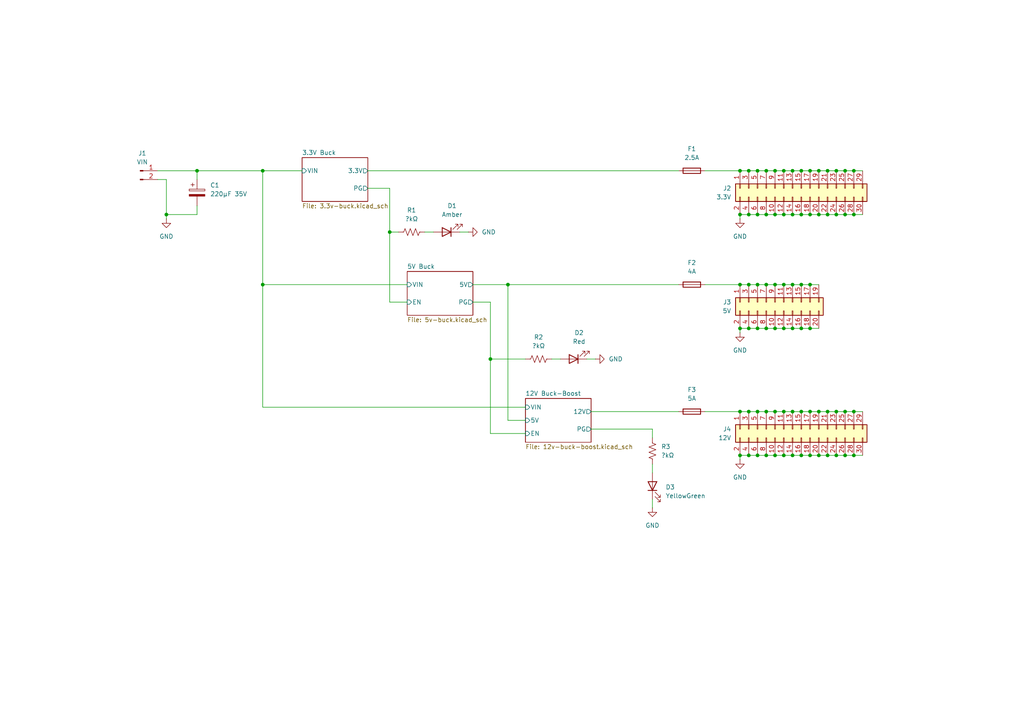
<source format=kicad_sch>
(kicad_sch (version 20231120) (generator "eeschema") (generator_version "8.0")
  (paper "A4")
  (lib_symbols
    (symbol "Connector:Conn_01x02_Pin" (pin_names (offset 1.016) hide)
      (property "Reference" "J" (at 0 2.54 0))
      (property "Value" "Conn_01x02_Pin" (at 0 -5.08 0))
      (symbol "Conn_01x02_Pin_1_1"
        (polyline (pts (xy 1.27 -2.54) (xy 0.8636 -2.54)) (stroke (width 0.1524)))
        (polyline (pts (xy 1.27 0) (xy 0.8636 0)) (stroke (width 0.1524)))
        (rectangle (start 0.8636 -2.413) (end 0 -2.667) (stroke (width 0.1524)) (fill (type outline)))
        (rectangle (start 0.8636 0.127) (end 0 -0.127) (stroke (width 0.1524)) (fill (type outline)))
        (pin passive line (at 5.08 0 180) (length 3.81) (name "Pin_1") (number "1"))
        (pin passive line (at 5.08 -2.54 180) (length 3.81) (name "Pin_2") (number "2"))
      )
    )
    (symbol "Connector_Generic:Conn_02x10_Odd_Even" (pin_names (offset 1.016) hide)
      (property "Reference" "J" (at 1.27 12.7 0))
      (property "Value" "Conn_02x10_Odd_Even" (at 1.27 -15.24 0))
      (symbol "Conn_02x10_Odd_Even_1_1"
        (rectangle (start -1.27 -12.573) (end 0 -12.827) (stroke (width 0.1524)))
        (rectangle (start -1.27 -10.033) (end 0 -10.287) (stroke (width 0.1524)))
        (rectangle (start -1.27 -7.493) (end 0 -7.747) (stroke (width 0.1524)))
        (rectangle (start -1.27 -4.953) (end 0 -5.207) (stroke (width 0.1524)))
        (rectangle (start -1.27 -2.413) (end 0 -2.667) (stroke (width 0.1524)))
        (rectangle (start -1.27 0.127) (end 0 -0.127) (stroke (width 0.1524)))
        (rectangle (start -1.27 2.667) (end 0 2.413) (stroke (width 0.1524)))
        (rectangle (start -1.27 5.207) (end 0 4.953) (stroke (width 0.1524)))
        (rectangle (start -1.27 7.747) (end 0 7.493) (stroke (width 0.1524)))
        (rectangle (start -1.27 10.287) (end 0 10.033) (stroke (width 0.1524)))
        (rectangle (start -1.27 11.43) (end 3.81 -13.97) (stroke (width 0.254)) (fill (type background)))
        (rectangle (start 3.81 -12.573) (end 2.54 -12.827) (stroke (width 0.1524)))
        (rectangle (start 3.81 -10.033) (end 2.54 -10.287) (stroke (width 0.1524)))
        (rectangle (start 3.81 -7.493) (end 2.54 -7.747) (stroke (width 0.1524)))
        (rectangle (start 3.81 -4.953) (end 2.54 -5.207) (stroke (width 0.1524)))
        (rectangle (start 3.81 -2.413) (end 2.54 -2.667) (stroke (width 0.1524)))
        (rectangle (start 3.81 0.127) (end 2.54 -0.127) (stroke (width 0.1524)))
        (rectangle (start 3.81 2.667) (end 2.54 2.413) (stroke (width 0.1524)))
        (rectangle (start 3.81 5.207) (end 2.54 4.953) (stroke (width 0.1524)))
        (rectangle (start 3.81 7.747) (end 2.54 7.493) (stroke (width 0.1524)))
        (rectangle (start 3.81 10.287) (end 2.54 10.033) (stroke (width 0.1524)))
        (pin passive line (at -5.08 10.16 0) (length 3.81) (name "Pin_1") (number "1"))
        (pin passive line (at 7.62 0 180) (length 3.81) (name "Pin_10") (number "10"))
        (pin passive line (at -5.08 -2.54 0) (length 3.81) (name "Pin_11") (number "11"))
        (pin passive line (at 7.62 -2.54 180) (length 3.81) (name "Pin_12") (number "12"))
        (pin passive line (at -5.08 -5.08 0) (length 3.81) (name "Pin_13") (number "13"))
        (pin passive line (at 7.62 -5.08 180) (length 3.81) (name "Pin_14") (number "14"))
        (pin passive line (at -5.08 -7.62 0) (length 3.81) (name "Pin_15") (number "15"))
        (pin passive line (at 7.62 -7.62 180) (length 3.81) (name "Pin_16") (number "16"))
        (pin passive line (at -5.08 -10.16 0) (length 3.81) (name "Pin_17") (number "17"))
        (pin passive line (at 7.62 -10.16 180) (length 3.81) (name "Pin_18") (number "18"))
        (pin passive line (at -5.08 -12.7 0) (length 3.81) (name "Pin_19") (number "19"))
        (pin passive line (at 7.62 10.16 180) (length 3.81) (name "Pin_2") (number "2"))
        (pin passive line (at 7.62 -12.7 180) (length 3.81) (name "Pin_20") (number "20"))
        (pin passive line (at -5.08 7.62 0) (length 3.81) (name "Pin_3") (number "3"))
        (pin passive line (at 7.62 7.62 180) (length 3.81) (name "Pin_4") (number "4"))
        (pin passive line (at -5.08 5.08 0) (length 3.81) (name "Pin_5") (number "5"))
        (pin passive line (at 7.62 5.08 180) (length 3.81) (name "Pin_6") (number "6"))
        (pin passive line (at -5.08 2.54 0) (length 3.81) (name "Pin_7") (number "7"))
        (pin passive line (at 7.62 2.54 180) (length 3.81) (name "Pin_8") (number "8"))
        (pin passive line (at -5.08 0 0) (length 3.81) (name "Pin_9") (number "9"))
      )
    )
    (symbol "Connector_Generic:Conn_02x15_Odd_Even" (pin_names (offset 1.016) hide)
      (property "Reference" "J" (at 1.27 20.32 0))
      (property "Value" "Conn_02x15_Odd_Even" (at 1.27 -20.32 0))
      (symbol "Conn_02x15_Odd_Even_1_1"
        (rectangle (start -1.27 -17.653) (end 0 -17.907) (stroke (width 0.1524)))
        (rectangle (start -1.27 -15.113) (end 0 -15.367) (stroke (width 0.1524)))
        (rectangle (start -1.27 -12.573) (end 0 -12.827) (stroke (width 0.1524)))
        (rectangle (start -1.27 -10.033) (end 0 -10.287) (stroke (width 0.1524)))
        (rectangle (start -1.27 -7.493) (end 0 -7.747) (stroke (width 0.1524)))
        (rectangle (start -1.27 -4.953) (end 0 -5.207) (stroke (width 0.1524)))
        (rectangle (start -1.27 -2.413) (end 0 -2.667) (stroke (width 0.1524)))
        (rectangle (start -1.27 0.127) (end 0 -0.127) (stroke (width 0.1524)))
        (rectangle (start -1.27 2.667) (end 0 2.413) (stroke (width 0.1524)))
        (rectangle (start -1.27 5.207) (end 0 4.953) (stroke (width 0.1524)))
        (rectangle (start -1.27 7.747) (end 0 7.493) (stroke (width 0.1524)))
        (rectangle (start -1.27 10.287) (end 0 10.033) (stroke (width 0.1524)))
        (rectangle (start -1.27 12.827) (end 0 12.573) (stroke (width 0.1524)))
        (rectangle (start -1.27 15.367) (end 0 15.113) (stroke (width 0.1524)))
        (rectangle (start -1.27 17.907) (end 0 17.653) (stroke (width 0.1524)))
        (rectangle (start -1.27 19.05) (end 3.81 -19.05) (stroke (width 0.254)) (fill (type background)))
        (rectangle (start 3.81 -17.653) (end 2.54 -17.907) (stroke (width 0.1524)))
        (rectangle (start 3.81 -15.113) (end 2.54 -15.367) (stroke (width 0.1524)))
        (rectangle (start 3.81 -12.573) (end 2.54 -12.827) (stroke (width 0.1524)))
        (rectangle (start 3.81 -10.033) (end 2.54 -10.287) (stroke (width 0.1524)))
        (rectangle (start 3.81 -7.493) (end 2.54 -7.747) (stroke (width 0.1524)))
        (rectangle (start 3.81 -4.953) (end 2.54 -5.207) (stroke (width 0.1524)))
        (rectangle (start 3.81 -2.413) (end 2.54 -2.667) (stroke (width 0.1524)))
        (rectangle (start 3.81 0.127) (end 2.54 -0.127) (stroke (width 0.1524)))
        (rectangle (start 3.81 2.667) (end 2.54 2.413) (stroke (width 0.1524)))
        (rectangle (start 3.81 5.207) (end 2.54 4.953) (stroke (width 0.1524)))
        (rectangle (start 3.81 7.747) (end 2.54 7.493) (stroke (width 0.1524)))
        (rectangle (start 3.81 10.287) (end 2.54 10.033) (stroke (width 0.1524)))
        (rectangle (start 3.81 12.827) (end 2.54 12.573) (stroke (width 0.1524)))
        (rectangle (start 3.81 15.367) (end 2.54 15.113) (stroke (width 0.1524)))
        (rectangle (start 3.81 17.907) (end 2.54 17.653) (stroke (width 0.1524)))
        (pin passive line (at -5.08 17.78 0) (length 3.81) (name "Pin_1") (number "1"))
        (pin passive line (at 7.62 7.62 180) (length 3.81) (name "Pin_10") (number "10"))
        (pin passive line (at -5.08 5.08 0) (length 3.81) (name "Pin_11") (number "11"))
        (pin passive line (at 7.62 5.08 180) (length 3.81) (name "Pin_12") (number "12"))
        (pin passive line (at -5.08 2.54 0) (length 3.81) (name "Pin_13") (number "13"))
        (pin passive line (at 7.62 2.54 180) (length 3.81) (name "Pin_14") (number "14"))
        (pin passive line (at -5.08 0 0) (length 3.81) (name "Pin_15") (number "15"))
        (pin passive line (at 7.62 0 180) (length 3.81) (name "Pin_16") (number "16"))
        (pin passive line (at -5.08 -2.54 0) (length 3.81) (name "Pin_17") (number "17"))
        (pin passive line (at 7.62 -2.54 180) (length 3.81) (name "Pin_18") (number "18"))
        (pin passive line (at -5.08 -5.08 0) (length 3.81) (name "Pin_19") (number "19"))
        (pin passive line (at 7.62 17.78 180) (length 3.81) (name "Pin_2") (number "2"))
        (pin passive line (at 7.62 -5.08 180) (length 3.81) (name "Pin_20") (number "20"))
        (pin passive line (at -5.08 -7.62 0) (length 3.81) (name "Pin_21") (number "21"))
        (pin passive line (at 7.62 -7.62 180) (length 3.81) (name "Pin_22") (number "22"))
        (pin passive line (at -5.08 -10.16 0) (length 3.81) (name "Pin_23") (number "23"))
        (pin passive line (at 7.62 -10.16 180) (length 3.81) (name "Pin_24") (number "24"))
        (pin passive line (at -5.08 -12.7 0) (length 3.81) (name "Pin_25") (number "25"))
        (pin passive line (at 7.62 -12.7 180) (length 3.81) (name "Pin_26") (number "26"))
        (pin passive line (at -5.08 -15.24 0) (length 3.81) (name "Pin_27") (number "27"))
        (pin passive line (at 7.62 -15.24 180) (length 3.81) (name "Pin_28") (number "28"))
        (pin passive line (at -5.08 -17.78 0) (length 3.81) (name "Pin_29") (number "29"))
        (pin passive line (at -5.08 15.24 0) (length 3.81) (name "Pin_3") (number "3"))
        (pin passive line (at 7.62 -17.78 180) (length 3.81) (name "Pin_30") (number "30"))
        (pin passive line (at 7.62 15.24 180) (length 3.81) (name "Pin_4") (number "4"))
        (pin passive line (at -5.08 12.7 0) (length 3.81) (name "Pin_5") (number "5"))
        (pin passive line (at 7.62 12.7 180) (length 3.81) (name "Pin_6") (number "6"))
        (pin passive line (at -5.08 10.16 0) (length 3.81) (name "Pin_7") (number "7"))
        (pin passive line (at 7.62 10.16 180) (length 3.81) (name "Pin_8") (number "8"))
        (pin passive line (at -5.08 7.62 0) (length 3.81) (name "Pin_9") (number "9"))
      )
    )
    (symbol "Device:C_Polarized" (pin_numbers hide) (pin_names (offset 0.254))
      (property "Reference" "C" (at 0.635 2.54 0))
      (property "Value" "C_Polarized" (at 0.635 -2.54 0))
      (symbol "C_Polarized_0_1"
        (rectangle (start -2.286 0.508) (end 2.286 1.016))
        (polyline (pts (xy -1.778 2.286) (xy -0.762 2.286)))
        (polyline (pts (xy -1.27 2.794) (xy -1.27 1.778)))
        (rectangle (start 2.286 -0.508) (end -2.286 -1.016) (fill (type outline)))
      )
      (symbol "C_Polarized_1_1"
        (pin passive line (at 0 3.81 270) (length 2.794) (name "~") (number "1"))
        (pin passive line (at 0 -3.81 90) (length 2.794) (name "~") (number "2"))
      )
    )
    (symbol "Device:Fuse" (pin_numbers hide) (pin_names (offset 0))
      (property "Reference" "F" (at 2.032 0 90))
      (property "Value" "Fuse" (at -1.905 0 90))
      (symbol "Fuse_0_1"
        (rectangle (start -0.762 -2.54) (end 0.762 2.54) (stroke (width 0.254)))
        (polyline (pts (xy 0 2.54) (xy 0 -2.54)))
      )
      (symbol "Fuse_1_1"
        (pin passive line (at 0 3.81 270) (length 1.27) (name "~") (number "1"))
        (pin passive line (at 0 -3.81 90) (length 1.27) (name "~") (number "2"))
      )
    )
    (symbol "Device:LED" (pin_numbers hide) (pin_names (offset 1.016) hide)
      (property "Reference" "D" (at 0 2.54 0))
      (property "Value" "LED" (at 0 -2.54 0))
      (symbol "LED_0_1"
        (polyline (pts (xy -1.27 -1.27) (xy -1.27 1.27)) (stroke (width 0.254)))
        (polyline (pts (xy -1.27 0) (xy 1.27 0)))
        (polyline (pts (xy 1.27 -1.27) (xy 1.27 1.27) (xy -1.27 0) (xy 1.27 -1.27)) (stroke (width 0.254)))
        (polyline (pts (xy -3.048 -0.762) (xy -4.572 -2.286) (xy -3.81 -2.286) (xy -4.572 -2.286) (xy -4.572 -1.524)))
        (polyline (pts (xy -1.778 -0.762) (xy -3.302 -2.286) (xy -2.54 -2.286) (xy -3.302 -2.286) (xy -3.302 -1.524)))
      )
      (symbol "LED_1_1"
        (pin passive line (at -3.81 0 0) (length 2.54) (name "K") (number "1"))
        (pin passive line (at 3.81 0 180) (length 2.54) (name "A") (number "2"))
      )
    )
    (symbol "Device:R_US" (pin_numbers hide) (pin_names (offset 0))
      (property "Reference" "R" (at 2.54 0 90))
      (property "Value" "R_US" (at -2.54 0 90))
      (symbol "R_US_0_1"
        (polyline (pts (xy 0 -2.286) (xy 0 -2.54)))
        (polyline (pts (xy 0 2.286) (xy 0 2.54)))
        (polyline (pts (xy 0 -0.762) (xy 1.016 -1.143) (xy 0 -1.524) (xy -1.016 -1.905) (xy 0 -2.286)))
        (polyline (pts (xy 0 0.762) (xy 1.016 0.381) (xy 0 0) (xy -1.016 -0.381) (xy 0 -0.762)))
        (polyline (pts (xy 0 2.286) (xy 1.016 1.905) (xy 0 1.524) (xy -1.016 1.143) (xy 0 0.762)))
      )
      (symbol "R_US_1_1"
        (pin passive line (at 0 3.81 270) (length 1.27) (name "~") (number "1"))
        (pin passive line (at 0 -3.81 90) (length 1.27) (name "~") (number "2"))
      )
    )
    (symbol "power:GND" (power) (pin_numbers hide) (pin_names (offset 0) hide)
      (property "Value" "GND" (at 0 -3.81 0))
      (symbol "GND_0_1"
        (polyline (pts (xy 0 0) (xy 0 -1.27) (xy 1.27 -1.27) (xy 0 -2.54) (xy -1.27 -1.27) (xy 0 -1.27)))
      )
      (symbol "GND_1_1"
        (pin power_in line (at 0 0 270) (length 0) (name "~") (number "1"))
      )
    )
  )
  (junction (at 245.11 49.53))
  (junction (at 242.57 49.53))
  (junction (at 214.63 95.25))
  (junction (at 229.87 82.55))
  (junction (at 247.65 62.23))
  (junction (at 76.2 49.53))
  (junction (at 245.11 119.38))
  (junction (at 224.79 49.53))
  (junction (at 232.41 62.23))
  (junction (at 240.03 62.23))
  (junction (at 232.41 95.25))
  (junction (at 247.65 132.08))
  (junction (at 242.57 132.08))
  (junction (at 224.79 119.38))
  (junction (at 240.03 49.53))
  (junction (at 240.03 132.08))
  (junction (at 224.79 132.08))
  (junction (at 217.17 49.53))
  (junction (at 214.63 132.08))
  (junction (at 219.71 62.23))
  (junction (at 234.95 82.55))
  (junction (at 48.26 62.23))
  (junction (at 214.63 62.23))
  (junction (at 224.79 62.23))
  (junction (at 234.95 95.25))
  (junction (at 219.71 132.08))
  (junction (at 224.79 82.55))
  (junction (at 229.87 132.08))
  (junction (at 237.49 132.08))
  (junction (at 222.25 119.38))
  (junction (at 217.17 95.25))
  (junction (at 76.2 82.55))
  (junction (at 113.03 67.31))
  (junction (at 245.11 132.08))
  (junction (at 214.63 82.55))
  (junction (at 232.41 132.08))
  (junction (at 142.24 104.14))
  (junction (at 222.25 62.23))
  (junction (at 232.41 49.53))
  (junction (at 232.41 82.55))
  (junction (at 234.95 49.53))
  (junction (at 222.25 95.25))
  (junction (at 229.87 49.53))
  (junction (at 217.17 82.55))
  (junction (at 245.11 62.23))
  (junction (at 242.57 119.38))
  (junction (at 224.79 95.25))
  (junction (at 217.17 119.38))
  (junction (at 147.32 82.55))
  (junction (at 227.33 119.38))
  (junction (at 214.63 49.53))
  (junction (at 217.17 132.08))
  (junction (at 222.25 82.55))
  (junction (at 237.49 49.53))
  (junction (at 219.71 119.38))
  (junction (at 234.95 62.23))
  (junction (at 227.33 95.25))
  (junction (at 227.33 49.53))
  (junction (at 219.71 95.25))
  (junction (at 240.03 119.38))
  (junction (at 57.15 49.53))
  (junction (at 247.65 49.53))
  (junction (at 229.87 62.23))
  (junction (at 214.63 119.38))
  (junction (at 242.57 62.23))
  (junction (at 234.95 119.38))
  (junction (at 237.49 62.23))
  (junction (at 227.33 62.23))
  (junction (at 219.71 49.53))
  (junction (at 217.17 62.23))
  (junction (at 219.71 82.55))
  (junction (at 234.95 132.08))
  (junction (at 247.65 119.38))
  (junction (at 237.49 119.38))
  (junction (at 222.25 49.53))
  (junction (at 227.33 132.08))
  (junction (at 222.25 132.08))
  (junction (at 232.41 119.38))
  (junction (at 229.87 95.25))
  (junction (at 229.87 119.38))
  (junction (at 227.33 82.55))
  (wire (pts (xy 45.72 49.53) (xy 57.15 49.53)))
  (wire (pts (xy 217.17 132.08) (xy 219.71 132.08)))
  (wire (pts (xy 232.41 62.23) (xy 234.95 62.23)))
  (wire (pts (xy 234.95 132.08) (xy 237.49 132.08)))
  (wire (pts (xy 133.35 67.31) (xy 135.89 67.31)))
  (wire (pts (xy 170.18 104.14) (xy 172.72 104.14)))
  (wire (pts (xy 229.87 95.25) (xy 232.41 95.25)))
  (wire (pts (xy 142.24 104.14) (xy 152.4 104.14)))
  (wire (pts (xy 171.45 119.38) (xy 196.85 119.38)))
  (wire (pts (xy 214.63 49.53) (xy 217.17 49.53)))
  (wire (pts (xy 224.79 62.23) (xy 227.33 62.23)))
  (wire (pts (xy 147.32 121.92) (xy 152.4 121.92)))
  (wire (pts (xy 142.24 104.14) (xy 142.24 125.73)))
  (wire (pts (xy 48.26 52.07) (xy 48.26 62.23)))
  (wire (pts (xy 214.63 62.23) (xy 214.63 63.5)))
  (wire (pts (xy 224.79 132.08) (xy 227.33 132.08)))
  (wire (pts (xy 113.03 87.63) (xy 118.11 87.63)))
  (wire (pts (xy 113.03 67.31) (xy 113.03 87.63)))
  (wire (pts (xy 237.49 49.53) (xy 240.03 49.53)))
  (wire (pts (xy 219.71 119.38) (xy 222.25 119.38)))
  (wire (pts (xy 232.41 49.53) (xy 234.95 49.53)))
  (wire (pts (xy 142.24 87.63) (xy 142.24 104.14)))
  (wire (pts (xy 204.47 49.53) (xy 214.63 49.53)))
  (wire (pts (xy 234.95 82.55) (xy 237.49 82.55)))
  (wire (pts (xy 76.2 82.55) (xy 76.2 49.53)))
  (wire (pts (xy 113.03 67.31) (xy 115.57 67.31)))
  (wire (pts (xy 137.16 82.55) (xy 147.32 82.55)))
  (wire (pts (xy 232.41 119.38) (xy 234.95 119.38)))
  (wire (pts (xy 242.57 132.08) (xy 245.11 132.08)))
  (wire (pts (xy 106.68 49.53) (xy 196.85 49.53)))
  (wire (pts (xy 217.17 49.53) (xy 219.71 49.53)))
  (wire (pts (xy 123.19 67.31) (xy 125.73 67.31)))
  (wire (pts (xy 227.33 62.23) (xy 229.87 62.23)))
  (wire (pts (xy 224.79 82.55) (xy 227.33 82.55)))
  (wire (pts (xy 247.65 62.23) (xy 250.19 62.23)))
  (wire (pts (xy 222.25 119.38) (xy 224.79 119.38)))
  (wire (pts (xy 189.23 134.62) (xy 189.23 137.16)))
  (wire (pts (xy 222.25 95.25) (xy 224.79 95.25)))
  (wire (pts (xy 217.17 119.38) (xy 219.71 119.38)))
  (wire (pts (xy 240.03 119.38) (xy 242.57 119.38)))
  (wire (pts (xy 224.79 95.25) (xy 227.33 95.25)))
  (wire (pts (xy 227.33 82.55) (xy 229.87 82.55)))
  (wire (pts (xy 214.63 132.08) (xy 214.63 133.35)))
  (wire (pts (xy 234.95 62.23) (xy 237.49 62.23)))
  (wire (pts (xy 48.26 62.23) (xy 57.15 62.23)))
  (wire (pts (xy 222.25 82.55) (xy 224.79 82.55)))
  (wire (pts (xy 227.33 49.53) (xy 229.87 49.53)))
  (wire (pts (xy 224.79 49.53) (xy 227.33 49.53)))
  (wire (pts (xy 106.68 54.61) (xy 113.03 54.61)))
  (wire (pts (xy 232.41 132.08) (xy 234.95 132.08)))
  (wire (pts (xy 229.87 132.08) (xy 232.41 132.08)))
  (wire (pts (xy 234.95 49.53) (xy 237.49 49.53)))
  (wire (pts (xy 214.63 82.55) (xy 217.17 82.55)))
  (wire (pts (xy 118.11 82.55) (xy 76.2 82.55)))
  (wire (pts (xy 222.25 62.23) (xy 224.79 62.23)))
  (wire (pts (xy 189.23 124.46) (xy 189.23 127)))
  (wire (pts (xy 237.49 132.08) (xy 240.03 132.08)))
  (wire (pts (xy 240.03 132.08) (xy 242.57 132.08)))
  (wire (pts (xy 147.32 82.55) (xy 147.32 121.92)))
  (wire (pts (xy 219.71 49.53) (xy 222.25 49.53)))
  (wire (pts (xy 242.57 62.23) (xy 245.11 62.23)))
  (wire (pts (xy 227.33 119.38) (xy 229.87 119.38)))
  (wire (pts (xy 57.15 49.53) (xy 57.15 52.07)))
  (wire (pts (xy 227.33 95.25) (xy 229.87 95.25)))
  (wire (pts (xy 245.11 49.53) (xy 247.65 49.53)))
  (wire (pts (xy 234.95 119.38) (xy 237.49 119.38)))
  (wire (pts (xy 242.57 49.53) (xy 245.11 49.53)))
  (wire (pts (xy 45.72 52.07) (xy 48.26 52.07)))
  (wire (pts (xy 245.11 119.38) (xy 247.65 119.38)))
  (wire (pts (xy 214.63 132.08) (xy 217.17 132.08)))
  (wire (pts (xy 219.71 132.08) (xy 222.25 132.08)))
  (wire (pts (xy 219.71 82.55) (xy 222.25 82.55)))
  (wire (pts (xy 237.49 119.38) (xy 240.03 119.38)))
  (wire (pts (xy 142.24 125.73) (xy 152.4 125.73)))
  (wire (pts (xy 204.47 119.38) (xy 214.63 119.38)))
  (wire (pts (xy 227.33 132.08) (xy 229.87 132.08)))
  (wire (pts (xy 214.63 62.23) (xy 217.17 62.23)))
  (wire (pts (xy 232.41 95.25) (xy 234.95 95.25)))
  (wire (pts (xy 240.03 49.53) (xy 242.57 49.53)))
  (wire (pts (xy 229.87 62.23) (xy 232.41 62.23)))
  (wire (pts (xy 219.71 95.25) (xy 222.25 95.25)))
  (wire (pts (xy 245.11 62.23) (xy 247.65 62.23)))
  (wire (pts (xy 222.25 49.53) (xy 224.79 49.53)))
  (wire (pts (xy 242.57 119.38) (xy 245.11 119.38)))
  (wire (pts (xy 229.87 82.55) (xy 232.41 82.55)))
  (wire (pts (xy 171.45 124.46) (xy 189.23 124.46)))
  (wire (pts (xy 217.17 82.55) (xy 219.71 82.55)))
  (wire (pts (xy 247.65 119.38) (xy 250.19 119.38)))
  (wire (pts (xy 232.41 82.55) (xy 234.95 82.55)))
  (wire (pts (xy 214.63 119.38) (xy 217.17 119.38)))
  (wire (pts (xy 214.63 95.25) (xy 214.63 96.52)))
  (wire (pts (xy 217.17 95.25) (xy 219.71 95.25)))
  (wire (pts (xy 222.25 132.08) (xy 224.79 132.08)))
  (wire (pts (xy 219.71 62.23) (xy 222.25 62.23)))
  (wire (pts (xy 234.95 95.25) (xy 237.49 95.25)))
  (wire (pts (xy 240.03 62.23) (xy 242.57 62.23)))
  (wire (pts (xy 247.65 49.53) (xy 250.19 49.53)))
  (wire (pts (xy 189.23 144.78) (xy 189.23 147.32)))
  (wire (pts (xy 76.2 49.53) (xy 87.63 49.53)))
  (wire (pts (xy 113.03 54.61) (xy 113.03 67.31)))
  (wire (pts (xy 245.11 132.08) (xy 247.65 132.08)))
  (wire (pts (xy 229.87 119.38) (xy 232.41 119.38)))
  (wire (pts (xy 217.17 62.23) (xy 219.71 62.23)))
  (wire (pts (xy 160.02 104.14) (xy 162.56 104.14)))
  (wire (pts (xy 224.79 119.38) (xy 227.33 119.38)))
  (wire (pts (xy 229.87 49.53) (xy 232.41 49.53)))
  (wire (pts (xy 204.47 82.55) (xy 214.63 82.55)))
  (wire (pts (xy 76.2 118.11) (xy 76.2 82.55)))
  (wire (pts (xy 57.15 49.53) (xy 76.2 49.53)))
  (wire (pts (xy 214.63 95.25) (xy 217.17 95.25)))
  (wire (pts (xy 237.49 62.23) (xy 240.03 62.23)))
  (wire (pts (xy 48.26 62.23) (xy 48.26 63.5)))
  (wire (pts (xy 137.16 87.63) (xy 142.24 87.63)))
  (wire (pts (xy 247.65 132.08) (xy 250.19 132.08)))
  (wire (pts (xy 57.15 62.23) (xy 57.15 59.69)))
  (wire (pts (xy 152.4 118.11) (xy 76.2 118.11)))
  (wire (pts (xy 147.32 82.55) (xy 196.85 82.55)))
  (symbol (lib_id "power:GND") (at 214.63 96.52 0) (unit 1)
    (property "Reference" "#PWR04" (effects (hide yes)))
    (property "Value" "GND" (at 214.63 101.6 0))
    (property "Description" "Power symbol creates a global label with name \"GND\" , ground" (effects (hide yes)))
  )
  (symbol (lib_id "power:GND") (at 214.63 63.5 0) (unit 1)
    (property "Reference" "#PWR02" (effects (hide yes)))
    (property "Value" "GND" (at 214.63 68.58 0))
    (property "Description" "Power symbol creates a global label with name \"GND\" , ground" (effects (hide yes)))
  )
  (symbol (lib_id "Device:R_US") (at 189.23 130.81 0) (unit 1)
    (property "Reference" "R3" (at 191.77 129.5399 0) (effects (justify left)))
    (property "Value" "?kΩ" (at 191.77 132.0799 0) (effects (justify left)))
    (property "Footprint" "Resistor_SMD:R_0603_1608Metric" (effects (hide yes)))
    (property "Description" "Resistor, US symbol" (effects (hide yes)))
  )
  (symbol (lib_id "power:GND") (at 189.23 147.32 0) (unit 1)
    (property "Reference" "#PWR07" (effects (hide yes)))
    (property "Value" "GND" (at 189.23 152.4 0))
    (property "Description" "Power symbol creates a global label with name \"GND\" , ground" (effects (hide yes)))
  )
  (symbol (lib_id "Device:LED") (at 129.54 67.31 180) (unit 1)
    (property "Reference" "D1" (at 131.1275 59.69 0))
    (property "Value" "Amber" (at 131.1275 62.23 0))
    (property "Footprint" "LED_SMD:LED_0603_1608Metric" (effects (hide yes)))
    (property "Description" "Light emitting diode" (effects (hide yes)))
  )
  (symbol (lib_id "Device:Fuse") (at 200.66 82.55 90) (unit 1)
    (property "Reference" "F2" (at 200.66 76.2 90))
    (property "Value" "4A" (at 200.66 78.74 90))
    (property "Footprint" "Fuse:Fuse_0603_1608Metric" (effects (hide yes)))
    (property "Description" "Fuse" (effects (hide yes)))
  )
  (symbol (lib_id "Device:LED") (at 189.23 140.97 90) (unit 1)
    (property "Reference" "D3" (at 193.04 141.2874 90) (effects (justify right)))
    (property "Value" "YellowGreen" (at 193.04 143.8274 90) (effects (justify right)))
    (property "Footprint" "LED_SMD:LED_0603_1608Metric" (effects (hide yes)))
    (property "Description" "Light emitting diode" (effects (hide yes)))
  )
  (symbol (lib_id "Device:Fuse") (at 200.66 119.38 90) (unit 1)
    (property "Reference" "F3" (at 200.66 113.03 90))
    (property "Value" "5A" (at 200.66 115.57 90))
    (property "Footprint" "Fuse:Fuse_0603_1608Metric" (effects (hide yes)))
    (property "Description" "Fuse" (effects (hide yes)))
  )
  (symbol (lib_id "Device:C_Polarized") (at 57.15 55.88 0) (unit 1)
    (property "Reference" "C1" (at 60.96 53.7209 0) (effects (justify left)))
    (property "Value" "220µF 35V" (at 60.96 56.2609 0) (effects (justify left)))
    (property "Footprint" "Capacitor_THT:CP_Radial_D8.0mm_P3.50mm" (effects (hide yes)))
    (property "Description" "Polarized capacitor" (effects (hide yes)))
  )
  (symbol (lib_id "Device:R_US") (at 156.21 104.14 90) (unit 1)
    (property "Reference" "R2" (at 156.21 97.79 90))
    (property "Value" "?kΩ" (at 156.21 100.33 90))
    (property "Footprint" "Resistor_SMD:R_0603_1608Metric" (effects (hide yes)))
    (property "Description" "Resistor, US symbol" (effects (hide yes)))
  )
  (symbol (lib_id "Connector_Generic:Conn_02x10_Odd_Even") (at 224.79 87.63 90) (mirror x) (unit 1)
    (property "Reference" "J3" (at 212.09 87.6299 90) (effects (justify left)))
    (property "Value" "5V" (at 212.09 90.1699 90) (effects (justify left)))
    (property "Footprint" "Connector_PinHeader_2.54mm:PinHeader_2x10_P2.54mm_Vertical" (effects (hide yes)))
    (property "Description" "Generic connector, double row, 02x10, odd/even pin numbering scheme (row 1 odd numbers, row 2 even numbers), script generated (kicad-library-utils/schlib/autogen/connector/)" (effects (hide yes)))
  )
  (symbol (lib_id "Device:LED") (at 166.37 104.14 180) (unit 1)
    (property "Reference" "D2" (at 167.9575 96.52 0))
    (property "Value" "Red" (at 167.9575 99.06 0))
    (property "Footprint" "LED_SMD:LED_0603_1608Metric" (effects (hide yes)))
    (property "Description" "Light emitting diode" (effects (hide yes)))
  )
  (symbol (lib_id "power:GND") (at 214.63 133.35 0) (unit 1)
    (property "Reference" "#PWR06" (effects (hide yes)))
    (property "Value" "GND" (at 214.63 138.43 0))
    (property "Description" "Power symbol creates a global label with name \"GND\" , ground" (effects (hide yes)))
  )
  (symbol (lib_id "power:GND") (at 172.72 104.14 90) (unit 1)
    (property "Reference" "#PWR05" (effects (hide yes)))
    (property "Value" "GND" (at 176.53 104.1399 90) (effects (justify right)))
    (property "Description" "Power symbol creates a global label with name \"GND\" , ground" (effects (hide yes)))
  )
  (symbol (lib_id "Device:Fuse") (at 200.66 49.53 90) (unit 1)
    (property "Reference" "F1" (at 200.66 43.18 90))
    (property "Value" "2.5A" (at 200.66 45.72 90))
    (property "Footprint" "Fuse:Fuse_0603_1608Metric" (effects (hide yes)))
    (property "Description" "Fuse" (effects (hide yes)))
  )
  (symbol (lib_id "Connector_Generic:Conn_02x15_Odd_Even") (at 232.41 54.61 90) (mirror x) (unit 1)
    (property "Reference" "J2" (at 212.09 54.6099 90) (effects (justify left)))
    (property "Value" "3.3V" (at 212.09 57.1499 90) (effects (justify left)))
    (property "Footprint" "Connector_PinHeader_2.54mm:PinHeader_2x15_P2.54mm_Vertical" (effects (hide yes)))
    (property "Description" "Generic connector, double row, 02x15, odd/even pin numbering scheme (row 1 odd numbers, row 2 even numbers), script generated (kicad-library-utils/schlib/autogen/connector/)" (effects (hide yes)))
  )
  (symbol (lib_id "Device:R_US") (at 119.38 67.31 90) (unit 1)
    (property "Reference" "R1" (at 119.38 60.96 90))
    (property "Value" "?kΩ" (at 119.38 63.5 90))
    (property "Footprint" "Resistor_SMD:R_0603_1608Metric" (effects (hide yes)))
    (property "Description" "Resistor, US symbol" (effects (hide yes)))
  )
  (symbol (lib_id "Connector_Generic:Conn_02x15_Odd_Even") (at 232.41 124.46 90) (mirror x) (unit 1)
    (property "Reference" "J4" (at 212.09 124.4599 90) (effects (justify left)))
    (property "Value" "12V" (at 212.09 126.9999 90) (effects (justify left)))
    (property "Footprint" "Connector_PinHeader_2.54mm:PinHeader_2x15_P2.54mm_Vertical" (effects (hide yes)))
    (property "Description" "Generic connector, double row, 02x15, odd/even pin numbering scheme (row 1 odd numbers, row 2 even numbers), script generated (kicad-library-utils/schlib/autogen/connector/)" (effects (hide yes)))
  )
  (symbol (lib_id "power:GND") (at 48.26 63.5 0) (unit 1)
    (property "Reference" "#PWR01" (effects (hide yes)))
    (property "Value" "GND" (at 48.26 68.58 0))
    (property "Description" "Power symbol creates a global label with name \"GND\" , ground" (effects (hide yes)))
  )
  (symbol (lib_id "power:GND") (at 135.89 67.31 90) (unit 1)
    (property "Reference" "#PWR03" (effects (hide yes)))
    (property "Value" "GND" (at 139.7 67.3099 90) (effects (justify right)))
    (property "Description" "Power symbol creates a global label with name \"GND\" , ground" (effects (hide yes)))
  )
  (symbol (lib_id "Connector:Conn_01x02_Pin") (at 40.64 49.53 0) (unit 1)
    (property "Reference" "J1" (at 41.275 44.45 0))
    (property "Value" "VIN" (at 41.275 46.99 0))
    (property "Footprint" "Connector_Molex:Molex_Nano-Fit_105309-xx02_1x02_P2.50mm_Vertical" (effects (hide yes)))
    (property "Description" "Generic connector, single row, 01x02, script generated" (effects (hide yes)))
  )
  (sheet (at 118.11 78.74) (size 19.05 12.7) (stroke (width 0.1524))
    (property "Sheetname" "5V Buck" (at 118.11 78.0284 0) (effects (justify left bottom)))
    (property "Sheetfile" "5v-buck.kicad_sch" (at 118.11 92.0246 0) (effects (justify left top)))
    (pin "VIN" input (at 118.11 82.55 180))
    (pin "EN" input (at 118.11 87.63 180))
    (pin "5V" output (at 137.16 82.55 0))
    (pin "PG" output (at 137.16 87.63 0))
  )
  (sheet (at 87.63 45.72) (size 19.05 12.7) (stroke (width 0.1524))
    (property "Sheetname" "3.3V Buck" (at 87.63 45.0084 0) (effects (justify left bottom)))
    (property "Sheetfile" "3.3v-buck.kicad_sch" (at 87.63 59.0046 0) (effects (justify left top)))
    (pin "PG" output (at 106.68 54.61 0))
    (pin "3.3V" output (at 106.68 49.53 0))
    (pin "VIN" input (at 87.63 49.53 180))
  )
  (sheet (at 152.4 115.57) (size 19.05 12.7) (stroke (width 0.1524))
    (property "Sheetname" "12V Buck-Boost" (at 152.4 114.8584 0) (effects (justify left bottom)))
    (property "Sheetfile" "12v-buck-boost.kicad_sch" (at 152.4 128.8546 0) (effects (justify left top)))
    (pin "PG" output (at 171.45 124.46 0))
    (pin "12V" output (at 171.45 119.38 0))
    (pin "5V" input (at 152.4 121.92 180))
    (pin "VIN" input (at 152.4 118.11 180))
    (pin "EN" input (at 152.4 125.73 180))
  )
)
</source>
